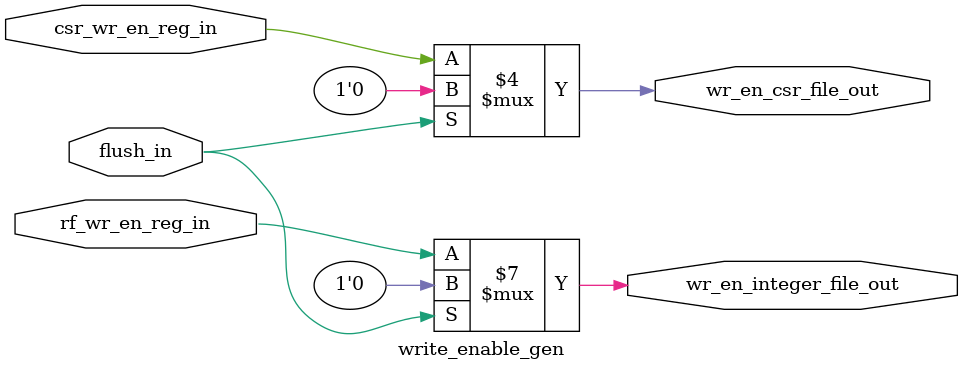
<source format=v>
`timescale 1ns / 1ps


module write_enable_gen(
input flush_in,//flushes the output when it is activited or set high(comming from the mechine control)
//Flush signal, usually activated due to control hazards or exceptions.
input rf_wr_en_reg_in,//register file write enable pipelined output(comming from the Register block 2)
input csr_wr_en_reg_in,//control status register write enable pipelined output(this is also comming from the register block 2)
output reg wr_en_integer_file_out,//write enable integer file output goes to (integer file)
output reg wr_en_csr_file_out//write enable csr file ,also goes to the csr file
);
always@(*)begin
      if(flush_in==1'b1) begin
          wr_en_integer_file_out=1'b0;
          wr_en_csr_file_out=1'b0;
      end
      else begin
         wr_en_integer_file_out=rf_wr_en_reg_in;
         wr_en_csr_file_out=csr_wr_en_reg_in;
      end
end
endmodule
/////////////////////////
//✅ Final Summary:
//This module acts as a conditional gatekeeper for register file write permissions:
//•	Ensures no invalid writes during flushes
//•	Passes through the registered write enable signals during normal operation
//•	Protects architectural state consistency in a pipelined RISC-V processor
</source>
